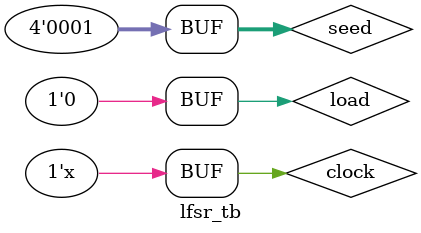
<source format=v>
`timescale 1ns / 1ps
module lfsr_tb();
    reg clock;
    reg reset;
    reg [3:0] seed;
    reg load;
    wire q;
    lfsr DUT(q, clk, rst,
            seed, load);
        // initialization
    // drive clock
    always
        #50 clock = ~ clock;
    // program lfsr
    initial begin
        #100 seed = 4'b0001;
        load = 1;
        #100 load = 0;
end

endmodule



</source>
